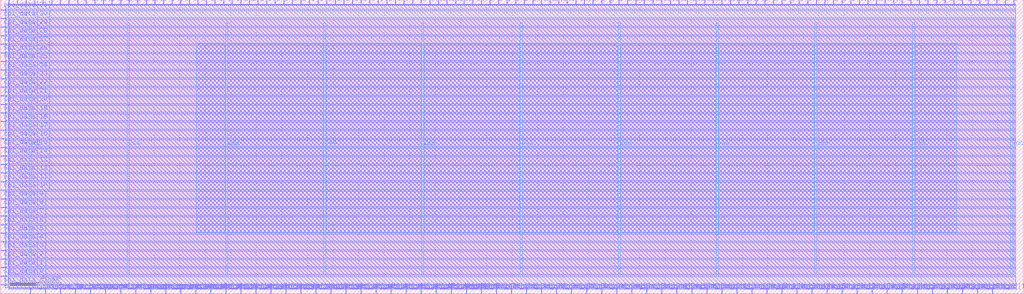
<source format=lef>
VERSION 5.7 ;
  NOWIREEXTENSIONATPIN ON ;
  DIVIDERCHAR "/" ;
  BUSBITCHARS "[]" ;
MACRO controller_core
  CLASS BLOCK ;
  FOREIGN controller_core ;
  ORIGIN 0.000 0.000 ;
  SIZE 800.000 BY 230.000 ;
  PIN clock
    DIRECTION INPUT ;
    USE SIGNAL ;
    PORT
      LAYER Metal2 ;
        RECT 775.600 0.000 776.160 4.000 ;
    END
  END clock
  PIN clock_out[0]
    DIRECTION OUTPUT TRISTATE ;
    USE SIGNAL ;
    PORT
      LAYER Metal2 ;
        RECT 221.200 226.000 221.760 230.000 ;
    END
  END clock_out[0]
  PIN clock_out[1]
    DIRECTION OUTPUT TRISTATE ;
    USE SIGNAL ;
    PORT
      LAYER Metal2 ;
        RECT 227.920 226.000 228.480 230.000 ;
    END
  END clock_out[1]
  PIN clock_out[2]
    DIRECTION OUTPUT TRISTATE ;
    USE SIGNAL ;
    PORT
      LAYER Metal2 ;
        RECT 234.640 226.000 235.200 230.000 ;
    END
  END clock_out[2]
  PIN clock_out[3]
    DIRECTION OUTPUT TRISTATE ;
    USE SIGNAL ;
    PORT
      LAYER Metal2 ;
        RECT 241.360 226.000 241.920 230.000 ;
    END
  END clock_out[3]
  PIN clock_out[4]
    DIRECTION OUTPUT TRISTATE ;
    USE SIGNAL ;
    PORT
      LAYER Metal2 ;
        RECT 248.080 226.000 248.640 230.000 ;
    END
  END clock_out[4]
  PIN clock_out[5]
    DIRECTION OUTPUT TRISTATE ;
    USE SIGNAL ;
    PORT
      LAYER Metal2 ;
        RECT 254.800 226.000 255.360 230.000 ;
    END
  END clock_out[5]
  PIN clock_out[6]
    DIRECTION OUTPUT TRISTATE ;
    USE SIGNAL ;
    PORT
      LAYER Metal2 ;
        RECT 261.520 226.000 262.080 230.000 ;
    END
  END clock_out[6]
  PIN clock_out[7]
    DIRECTION OUTPUT TRISTATE ;
    USE SIGNAL ;
    PORT
      LAYER Metal2 ;
        RECT 268.240 226.000 268.800 230.000 ;
    END
  END clock_out[7]
  PIN clock_out[8]
    DIRECTION OUTPUT TRISTATE ;
    USE SIGNAL ;
    PORT
      LAYER Metal2 ;
        RECT 274.960 226.000 275.520 230.000 ;
    END
  END clock_out[8]
  PIN clock_out[9]
    DIRECTION OUTPUT TRISTATE ;
    USE SIGNAL ;
    PORT
      LAYER Metal2 ;
        RECT 281.680 226.000 282.240 230.000 ;
    END
  END clock_out[9]
  PIN col_select_left[0]
    DIRECTION OUTPUT TRISTATE ;
    USE SIGNAL ;
    PORT
      LAYER Metal2 ;
        RECT 409.360 226.000 409.920 230.000 ;
    END
  END col_select_left[0]
  PIN col_select_left[1]
    DIRECTION OUTPUT TRISTATE ;
    USE SIGNAL ;
    PORT
      LAYER Metal2 ;
        RECT 416.080 226.000 416.640 230.000 ;
    END
  END col_select_left[1]
  PIN col_select_left[2]
    DIRECTION OUTPUT TRISTATE ;
    USE SIGNAL ;
    PORT
      LAYER Metal2 ;
        RECT 422.800 226.000 423.360 230.000 ;
    END
  END col_select_left[2]
  PIN col_select_left[3]
    DIRECTION OUTPUT TRISTATE ;
    USE SIGNAL ;
    PORT
      LAYER Metal2 ;
        RECT 429.520 226.000 430.080 230.000 ;
    END
  END col_select_left[3]
  PIN col_select_left[4]
    DIRECTION OUTPUT TRISTATE ;
    USE SIGNAL ;
    PORT
      LAYER Metal2 ;
        RECT 436.240 226.000 436.800 230.000 ;
    END
  END col_select_left[4]
  PIN col_select_left[5]
    DIRECTION OUTPUT TRISTATE ;
    USE SIGNAL ;
    PORT
      LAYER Metal2 ;
        RECT 442.960 226.000 443.520 230.000 ;
    END
  END col_select_left[5]
  PIN col_select_right[0]
    DIRECTION OUTPUT TRISTATE ;
    USE SIGNAL ;
    PORT
      LAYER Metal2 ;
        RECT 369.040 226.000 369.600 230.000 ;
    END
  END col_select_right[0]
  PIN col_select_right[1]
    DIRECTION OUTPUT TRISTATE ;
    USE SIGNAL ;
    PORT
      LAYER Metal2 ;
        RECT 375.760 226.000 376.320 230.000 ;
    END
  END col_select_right[1]
  PIN col_select_right[2]
    DIRECTION OUTPUT TRISTATE ;
    USE SIGNAL ;
    PORT
      LAYER Metal2 ;
        RECT 382.480 226.000 383.040 230.000 ;
    END
  END col_select_right[2]
  PIN col_select_right[3]
    DIRECTION OUTPUT TRISTATE ;
    USE SIGNAL ;
    PORT
      LAYER Metal2 ;
        RECT 389.200 226.000 389.760 230.000 ;
    END
  END col_select_right[3]
  PIN col_select_right[4]
    DIRECTION OUTPUT TRISTATE ;
    USE SIGNAL ;
    PORT
      LAYER Metal2 ;
        RECT 395.920 226.000 396.480 230.000 ;
    END
  END col_select_right[4]
  PIN col_select_right[5]
    DIRECTION OUTPUT TRISTATE ;
    USE SIGNAL ;
    PORT
      LAYER Metal2 ;
        RECT 402.640 226.000 403.200 230.000 ;
    END
  END col_select_right[5]
  PIN data_out_left[0]
    DIRECTION OUTPUT TRISTATE ;
    USE SIGNAL ;
    PORT
      LAYER Metal2 ;
        RECT 557.200 226.000 557.760 230.000 ;
    END
  END data_out_left[0]
  PIN data_out_left[10]
    DIRECTION OUTPUT TRISTATE ;
    USE SIGNAL ;
    PORT
      LAYER Metal2 ;
        RECT 624.400 226.000 624.960 230.000 ;
    END
  END data_out_left[10]
  PIN data_out_left[11]
    DIRECTION OUTPUT TRISTATE ;
    USE SIGNAL ;
    PORT
      LAYER Metal2 ;
        RECT 631.120 226.000 631.680 230.000 ;
    END
  END data_out_left[11]
  PIN data_out_left[12]
    DIRECTION OUTPUT TRISTATE ;
    USE SIGNAL ;
    PORT
      LAYER Metal2 ;
        RECT 637.840 226.000 638.400 230.000 ;
    END
  END data_out_left[12]
  PIN data_out_left[13]
    DIRECTION OUTPUT TRISTATE ;
    USE SIGNAL ;
    PORT
      LAYER Metal2 ;
        RECT 644.560 226.000 645.120 230.000 ;
    END
  END data_out_left[13]
  PIN data_out_left[14]
    DIRECTION OUTPUT TRISTATE ;
    USE SIGNAL ;
    PORT
      LAYER Metal2 ;
        RECT 651.280 226.000 651.840 230.000 ;
    END
  END data_out_left[14]
  PIN data_out_left[15]
    DIRECTION OUTPUT TRISTATE ;
    USE SIGNAL ;
    PORT
      LAYER Metal2 ;
        RECT 658.000 226.000 658.560 230.000 ;
    END
  END data_out_left[15]
  PIN data_out_left[1]
    DIRECTION OUTPUT TRISTATE ;
    USE SIGNAL ;
    PORT
      LAYER Metal2 ;
        RECT 563.920 226.000 564.480 230.000 ;
    END
  END data_out_left[1]
  PIN data_out_left[2]
    DIRECTION OUTPUT TRISTATE ;
    USE SIGNAL ;
    PORT
      LAYER Metal2 ;
        RECT 570.640 226.000 571.200 230.000 ;
    END
  END data_out_left[2]
  PIN data_out_left[3]
    DIRECTION OUTPUT TRISTATE ;
    USE SIGNAL ;
    PORT
      LAYER Metal2 ;
        RECT 577.360 226.000 577.920 230.000 ;
    END
  END data_out_left[3]
  PIN data_out_left[4]
    DIRECTION OUTPUT TRISTATE ;
    USE SIGNAL ;
    PORT
      LAYER Metal2 ;
        RECT 584.080 226.000 584.640 230.000 ;
    END
  END data_out_left[4]
  PIN data_out_left[5]
    DIRECTION OUTPUT TRISTATE ;
    USE SIGNAL ;
    PORT
      LAYER Metal2 ;
        RECT 590.800 226.000 591.360 230.000 ;
    END
  END data_out_left[5]
  PIN data_out_left[6]
    DIRECTION OUTPUT TRISTATE ;
    USE SIGNAL ;
    PORT
      LAYER Metal2 ;
        RECT 597.520 226.000 598.080 230.000 ;
    END
  END data_out_left[6]
  PIN data_out_left[7]
    DIRECTION OUTPUT TRISTATE ;
    USE SIGNAL ;
    PORT
      LAYER Metal2 ;
        RECT 604.240 226.000 604.800 230.000 ;
    END
  END data_out_left[7]
  PIN data_out_left[8]
    DIRECTION OUTPUT TRISTATE ;
    USE SIGNAL ;
    PORT
      LAYER Metal2 ;
        RECT 610.960 226.000 611.520 230.000 ;
    END
  END data_out_left[8]
  PIN data_out_left[9]
    DIRECTION OUTPUT TRISTATE ;
    USE SIGNAL ;
    PORT
      LAYER Metal2 ;
        RECT 617.680 226.000 618.240 230.000 ;
    END
  END data_out_left[9]
  PIN data_out_right[0]
    DIRECTION OUTPUT TRISTATE ;
    USE SIGNAL ;
    PORT
      LAYER Metal2 ;
        RECT 449.680 226.000 450.240 230.000 ;
    END
  END data_out_right[0]
  PIN data_out_right[10]
    DIRECTION OUTPUT TRISTATE ;
    USE SIGNAL ;
    PORT
      LAYER Metal2 ;
        RECT 516.880 226.000 517.440 230.000 ;
    END
  END data_out_right[10]
  PIN data_out_right[11]
    DIRECTION OUTPUT TRISTATE ;
    USE SIGNAL ;
    PORT
      LAYER Metal2 ;
        RECT 523.600 226.000 524.160 230.000 ;
    END
  END data_out_right[11]
  PIN data_out_right[12]
    DIRECTION OUTPUT TRISTATE ;
    USE SIGNAL ;
    PORT
      LAYER Metal2 ;
        RECT 530.320 226.000 530.880 230.000 ;
    END
  END data_out_right[12]
  PIN data_out_right[13]
    DIRECTION OUTPUT TRISTATE ;
    USE SIGNAL ;
    PORT
      LAYER Metal2 ;
        RECT 537.040 226.000 537.600 230.000 ;
    END
  END data_out_right[13]
  PIN data_out_right[14]
    DIRECTION OUTPUT TRISTATE ;
    USE SIGNAL ;
    PORT
      LAYER Metal2 ;
        RECT 543.760 226.000 544.320 230.000 ;
    END
  END data_out_right[14]
  PIN data_out_right[15]
    DIRECTION OUTPUT TRISTATE ;
    USE SIGNAL ;
    PORT
      LAYER Metal2 ;
        RECT 550.480 226.000 551.040 230.000 ;
    END
  END data_out_right[15]
  PIN data_out_right[1]
    DIRECTION OUTPUT TRISTATE ;
    USE SIGNAL ;
    PORT
      LAYER Metal2 ;
        RECT 456.400 226.000 456.960 230.000 ;
    END
  END data_out_right[1]
  PIN data_out_right[2]
    DIRECTION OUTPUT TRISTATE ;
    USE SIGNAL ;
    PORT
      LAYER Metal2 ;
        RECT 463.120 226.000 463.680 230.000 ;
    END
  END data_out_right[2]
  PIN data_out_right[3]
    DIRECTION OUTPUT TRISTATE ;
    USE SIGNAL ;
    PORT
      LAYER Metal2 ;
        RECT 469.840 226.000 470.400 230.000 ;
    END
  END data_out_right[3]
  PIN data_out_right[4]
    DIRECTION OUTPUT TRISTATE ;
    USE SIGNAL ;
    PORT
      LAYER Metal2 ;
        RECT 476.560 226.000 477.120 230.000 ;
    END
  END data_out_right[4]
  PIN data_out_right[5]
    DIRECTION OUTPUT TRISTATE ;
    USE SIGNAL ;
    PORT
      LAYER Metal2 ;
        RECT 483.280 226.000 483.840 230.000 ;
    END
  END data_out_right[5]
  PIN data_out_right[6]
    DIRECTION OUTPUT TRISTATE ;
    USE SIGNAL ;
    PORT
      LAYER Metal2 ;
        RECT 490.000 226.000 490.560 230.000 ;
    END
  END data_out_right[6]
  PIN data_out_right[7]
    DIRECTION OUTPUT TRISTATE ;
    USE SIGNAL ;
    PORT
      LAYER Metal2 ;
        RECT 496.720 226.000 497.280 230.000 ;
    END
  END data_out_right[7]
  PIN data_out_right[8]
    DIRECTION OUTPUT TRISTATE ;
    USE SIGNAL ;
    PORT
      LAYER Metal2 ;
        RECT 503.440 226.000 504.000 230.000 ;
    END
  END data_out_right[8]
  PIN data_out_right[9]
    DIRECTION OUTPUT TRISTATE ;
    USE SIGNAL ;
    PORT
      LAYER Metal2 ;
        RECT 510.160 226.000 510.720 230.000 ;
    END
  END data_out_right[9]
  PIN inverter_select[0]
    DIRECTION OUTPUT TRISTATE ;
    USE SIGNAL ;
    PORT
      LAYER Metal2 ;
        RECT 731.920 226.000 732.480 230.000 ;
    END
  END inverter_select[0]
  PIN inverter_select[1]
    DIRECTION OUTPUT TRISTATE ;
    USE SIGNAL ;
    PORT
      LAYER Metal2 ;
        RECT 738.640 226.000 739.200 230.000 ;
    END
  END inverter_select[1]
  PIN inverter_select[2]
    DIRECTION OUTPUT TRISTATE ;
    USE SIGNAL ;
    PORT
      LAYER Metal2 ;
        RECT 745.360 226.000 745.920 230.000 ;
    END
  END inverter_select[2]
  PIN inverter_select[3]
    DIRECTION OUTPUT TRISTATE ;
    USE SIGNAL ;
    PORT
      LAYER Metal2 ;
        RECT 752.080 226.000 752.640 230.000 ;
    END
  END inverter_select[3]
  PIN inverter_select[4]
    DIRECTION OUTPUT TRISTATE ;
    USE SIGNAL ;
    PORT
      LAYER Metal2 ;
        RECT 758.800 226.000 759.360 230.000 ;
    END
  END inverter_select[4]
  PIN inverter_select[5]
    DIRECTION OUTPUT TRISTATE ;
    USE SIGNAL ;
    PORT
      LAYER Metal2 ;
        RECT 765.520 226.000 766.080 230.000 ;
    END
  END inverter_select[5]
  PIN inverter_select[6]
    DIRECTION OUTPUT TRISTATE ;
    USE SIGNAL ;
    PORT
      LAYER Metal2 ;
        RECT 772.240 226.000 772.800 230.000 ;
    END
  END inverter_select[6]
  PIN inverter_select[7]
    DIRECTION OUTPUT TRISTATE ;
    USE SIGNAL ;
    PORT
      LAYER Metal2 ;
        RECT 778.960 226.000 779.520 230.000 ;
    END
  END inverter_select[7]
  PIN inverter_select[8]
    DIRECTION OUTPUT TRISTATE ;
    USE SIGNAL ;
    PORT
      LAYER Metal2 ;
        RECT 785.680 226.000 786.240 230.000 ;
    END
  END inverter_select[8]
  PIN inverter_select[9]
    DIRECTION OUTPUT TRISTATE ;
    USE SIGNAL ;
    PORT
      LAYER Metal2 ;
        RECT 792.400 226.000 792.960 230.000 ;
    END
  END inverter_select[9]
  PIN io_control_trigger_in
    DIRECTION INPUT ;
    USE SIGNAL ;
    PORT
      LAYER Metal2 ;
        RECT 70.000 0.000 70.560 4.000 ;
    END
  END io_control_trigger_in
  PIN io_control_trigger_oeb
    DIRECTION OUTPUT TRISTATE ;
    USE SIGNAL ;
    PORT
      LAYER Metal2 ;
        RECT 81.760 0.000 82.320 4.000 ;
    END
  END io_control_trigger_oeb
  PIN io_driver_io_oeb[0]
    DIRECTION OUTPUT TRISTATE ;
    USE SIGNAL ;
    PORT
      LAYER Metal2 ;
        RECT 117.040 0.000 117.600 4.000 ;
    END
  END io_driver_io_oeb[0]
  PIN io_driver_io_oeb[10]
    DIRECTION OUTPUT TRISTATE ;
    USE SIGNAL ;
    PORT
      LAYER Metal2 ;
        RECT 234.640 0.000 235.200 4.000 ;
    END
  END io_driver_io_oeb[10]
  PIN io_driver_io_oeb[11]
    DIRECTION OUTPUT TRISTATE ;
    USE SIGNAL ;
    PORT
      LAYER Metal2 ;
        RECT 246.400 0.000 246.960 4.000 ;
    END
  END io_driver_io_oeb[11]
  PIN io_driver_io_oeb[12]
    DIRECTION OUTPUT TRISTATE ;
    USE SIGNAL ;
    PORT
      LAYER Metal2 ;
        RECT 258.160 0.000 258.720 4.000 ;
    END
  END io_driver_io_oeb[12]
  PIN io_driver_io_oeb[13]
    DIRECTION OUTPUT TRISTATE ;
    USE SIGNAL ;
    PORT
      LAYER Metal2 ;
        RECT 269.920 0.000 270.480 4.000 ;
    END
  END io_driver_io_oeb[13]
  PIN io_driver_io_oeb[14]
    DIRECTION OUTPUT TRISTATE ;
    USE SIGNAL ;
    PORT
      LAYER Metal2 ;
        RECT 281.680 0.000 282.240 4.000 ;
    END
  END io_driver_io_oeb[14]
  PIN io_driver_io_oeb[15]
    DIRECTION OUTPUT TRISTATE ;
    USE SIGNAL ;
    PORT
      LAYER Metal2 ;
        RECT 293.440 0.000 294.000 4.000 ;
    END
  END io_driver_io_oeb[15]
  PIN io_driver_io_oeb[16]
    DIRECTION OUTPUT TRISTATE ;
    USE SIGNAL ;
    PORT
      LAYER Metal2 ;
        RECT 305.200 0.000 305.760 4.000 ;
    END
  END io_driver_io_oeb[16]
  PIN io_driver_io_oeb[17]
    DIRECTION OUTPUT TRISTATE ;
    USE SIGNAL ;
    PORT
      LAYER Metal2 ;
        RECT 316.960 0.000 317.520 4.000 ;
    END
  END io_driver_io_oeb[17]
  PIN io_driver_io_oeb[18]
    DIRECTION OUTPUT TRISTATE ;
    USE SIGNAL ;
    PORT
      LAYER Metal2 ;
        RECT 328.720 0.000 329.280 4.000 ;
    END
  END io_driver_io_oeb[18]
  PIN io_driver_io_oeb[19]
    DIRECTION OUTPUT TRISTATE ;
    USE SIGNAL ;
    PORT
      LAYER Metal2 ;
        RECT 340.480 0.000 341.040 4.000 ;
    END
  END io_driver_io_oeb[19]
  PIN io_driver_io_oeb[1]
    DIRECTION OUTPUT TRISTATE ;
    USE SIGNAL ;
    PORT
      LAYER Metal2 ;
        RECT 128.800 0.000 129.360 4.000 ;
    END
  END io_driver_io_oeb[1]
  PIN io_driver_io_oeb[2]
    DIRECTION OUTPUT TRISTATE ;
    USE SIGNAL ;
    PORT
      LAYER Metal2 ;
        RECT 140.560 0.000 141.120 4.000 ;
    END
  END io_driver_io_oeb[2]
  PIN io_driver_io_oeb[3]
    DIRECTION OUTPUT TRISTATE ;
    USE SIGNAL ;
    PORT
      LAYER Metal2 ;
        RECT 152.320 0.000 152.880 4.000 ;
    END
  END io_driver_io_oeb[3]
  PIN io_driver_io_oeb[4]
    DIRECTION OUTPUT TRISTATE ;
    USE SIGNAL ;
    PORT
      LAYER Metal2 ;
        RECT 164.080 0.000 164.640 4.000 ;
    END
  END io_driver_io_oeb[4]
  PIN io_driver_io_oeb[5]
    DIRECTION OUTPUT TRISTATE ;
    USE SIGNAL ;
    PORT
      LAYER Metal2 ;
        RECT 175.840 0.000 176.400 4.000 ;
    END
  END io_driver_io_oeb[5]
  PIN io_driver_io_oeb[6]
    DIRECTION OUTPUT TRISTATE ;
    USE SIGNAL ;
    PORT
      LAYER Metal2 ;
        RECT 187.600 0.000 188.160 4.000 ;
    END
  END io_driver_io_oeb[6]
  PIN io_driver_io_oeb[7]
    DIRECTION OUTPUT TRISTATE ;
    USE SIGNAL ;
    PORT
      LAYER Metal2 ;
        RECT 199.360 0.000 199.920 4.000 ;
    END
  END io_driver_io_oeb[7]
  PIN io_driver_io_oeb[8]
    DIRECTION OUTPUT TRISTATE ;
    USE SIGNAL ;
    PORT
      LAYER Metal2 ;
        RECT 211.120 0.000 211.680 4.000 ;
    END
  END io_driver_io_oeb[8]
  PIN io_driver_io_oeb[9]
    DIRECTION OUTPUT TRISTATE ;
    USE SIGNAL ;
    PORT
      LAYER Metal2 ;
        RECT 222.880 0.000 223.440 4.000 ;
    END
  END io_driver_io_oeb[9]
  PIN io_latch_data_in
    DIRECTION INPUT ;
    USE SIGNAL ;
    PORT
      LAYER Metal2 ;
        RECT 46.480 0.000 47.040 4.000 ;
    END
  END io_latch_data_in
  PIN io_latch_data_oeb
    DIRECTION OUTPUT TRISTATE ;
    USE SIGNAL ;
    PORT
      LAYER Metal2 ;
        RECT 58.240 0.000 58.800 4.000 ;
    END
  END io_latch_data_oeb
  PIN io_reset_n_in
    DIRECTION INPUT ;
    USE SIGNAL ;
    PORT
      LAYER Metal2 ;
        RECT 22.960 0.000 23.520 4.000 ;
    END
  END io_reset_n_in
  PIN io_reset_n_oeb
    DIRECTION OUTPUT TRISTATE ;
    USE SIGNAL ;
    PORT
      LAYER Metal2 ;
        RECT 34.720 0.000 35.280 4.000 ;
    END
  END io_reset_n_oeb
  PIN io_update_cycle_complete_oeb
    DIRECTION OUTPUT TRISTATE ;
    USE SIGNAL ;
    PORT
      LAYER Metal2 ;
        RECT 105.280 0.000 105.840 4.000 ;
    END
  END io_update_cycle_complete_oeb
  PIN io_update_cycle_complete_out
    DIRECTION OUTPUT TRISTATE ;
    USE SIGNAL ;
    PORT
      LAYER Metal2 ;
        RECT 93.520 0.000 94.080 4.000 ;
    END
  END io_update_cycle_complete_out
  PIN la_data_in[0]
    DIRECTION INPUT ;
    USE SIGNAL ;
    PORT
      LAYER Metal2 ;
        RECT 563.920 0.000 564.480 4.000 ;
    END
  END la_data_in[0]
  PIN la_data_in[10]
    DIRECTION INPUT ;
    USE SIGNAL ;
    PORT
      LAYER Metal2 ;
        RECT 681.520 0.000 682.080 4.000 ;
    END
  END la_data_in[10]
  PIN la_data_in[11]
    DIRECTION INPUT ;
    USE SIGNAL ;
    PORT
      LAYER Metal2 ;
        RECT 693.280 0.000 693.840 4.000 ;
    END
  END la_data_in[11]
  PIN la_data_in[12]
    DIRECTION INPUT ;
    USE SIGNAL ;
    PORT
      LAYER Metal2 ;
        RECT 705.040 0.000 705.600 4.000 ;
    END
  END la_data_in[12]
  PIN la_data_in[13]
    DIRECTION INPUT ;
    USE SIGNAL ;
    PORT
      LAYER Metal2 ;
        RECT 716.800 0.000 717.360 4.000 ;
    END
  END la_data_in[13]
  PIN la_data_in[14]
    DIRECTION INPUT ;
    USE SIGNAL ;
    PORT
      LAYER Metal2 ;
        RECT 728.560 0.000 729.120 4.000 ;
    END
  END la_data_in[14]
  PIN la_data_in[15]
    DIRECTION INPUT ;
    USE SIGNAL ;
    PORT
      LAYER Metal2 ;
        RECT 740.320 0.000 740.880 4.000 ;
    END
  END la_data_in[15]
  PIN la_data_in[16]
    DIRECTION INPUT ;
    USE SIGNAL ;
    PORT
      LAYER Metal2 ;
        RECT 752.080 0.000 752.640 4.000 ;
    END
  END la_data_in[16]
  PIN la_data_in[17]
    DIRECTION INPUT ;
    USE SIGNAL ;
    PORT
      LAYER Metal2 ;
        RECT 763.840 0.000 764.400 4.000 ;
    END
  END la_data_in[17]
  PIN la_data_in[1]
    DIRECTION INPUT ;
    USE SIGNAL ;
    PORT
      LAYER Metal2 ;
        RECT 575.680 0.000 576.240 4.000 ;
    END
  END la_data_in[1]
  PIN la_data_in[2]
    DIRECTION INPUT ;
    USE SIGNAL ;
    PORT
      LAYER Metal2 ;
        RECT 587.440 0.000 588.000 4.000 ;
    END
  END la_data_in[2]
  PIN la_data_in[3]
    DIRECTION INPUT ;
    USE SIGNAL ;
    PORT
      LAYER Metal2 ;
        RECT 599.200 0.000 599.760 4.000 ;
    END
  END la_data_in[3]
  PIN la_data_in[4]
    DIRECTION INPUT ;
    USE SIGNAL ;
    PORT
      LAYER Metal2 ;
        RECT 610.960 0.000 611.520 4.000 ;
    END
  END la_data_in[4]
  PIN la_data_in[5]
    DIRECTION INPUT ;
    USE SIGNAL ;
    PORT
      LAYER Metal2 ;
        RECT 622.720 0.000 623.280 4.000 ;
    END
  END la_data_in[5]
  PIN la_data_in[6]
    DIRECTION INPUT ;
    USE SIGNAL ;
    PORT
      LAYER Metal2 ;
        RECT 634.480 0.000 635.040 4.000 ;
    END
  END la_data_in[6]
  PIN la_data_in[7]
    DIRECTION INPUT ;
    USE SIGNAL ;
    PORT
      LAYER Metal2 ;
        RECT 646.240 0.000 646.800 4.000 ;
    END
  END la_data_in[7]
  PIN la_data_in[8]
    DIRECTION INPUT ;
    USE SIGNAL ;
    PORT
      LAYER Metal2 ;
        RECT 658.000 0.000 658.560 4.000 ;
    END
  END la_data_in[8]
  PIN la_data_in[9]
    DIRECTION INPUT ;
    USE SIGNAL ;
    PORT
      LAYER Metal2 ;
        RECT 669.760 0.000 670.320 4.000 ;
    END
  END la_data_in[9]
  PIN la_oenb[0]
    DIRECTION INPUT ;
    USE SIGNAL ;
    PORT
      LAYER Metal2 ;
        RECT 352.240 0.000 352.800 4.000 ;
    END
  END la_oenb[0]
  PIN la_oenb[10]
    DIRECTION INPUT ;
    USE SIGNAL ;
    PORT
      LAYER Metal2 ;
        RECT 469.840 0.000 470.400 4.000 ;
    END
  END la_oenb[10]
  PIN la_oenb[11]
    DIRECTION INPUT ;
    USE SIGNAL ;
    PORT
      LAYER Metal2 ;
        RECT 481.600 0.000 482.160 4.000 ;
    END
  END la_oenb[11]
  PIN la_oenb[12]
    DIRECTION INPUT ;
    USE SIGNAL ;
    PORT
      LAYER Metal2 ;
        RECT 493.360 0.000 493.920 4.000 ;
    END
  END la_oenb[12]
  PIN la_oenb[13]
    DIRECTION INPUT ;
    USE SIGNAL ;
    PORT
      LAYER Metal2 ;
        RECT 505.120 0.000 505.680 4.000 ;
    END
  END la_oenb[13]
  PIN la_oenb[14]
    DIRECTION INPUT ;
    USE SIGNAL ;
    PORT
      LAYER Metal2 ;
        RECT 516.880 0.000 517.440 4.000 ;
    END
  END la_oenb[14]
  PIN la_oenb[15]
    DIRECTION INPUT ;
    USE SIGNAL ;
    PORT
      LAYER Metal2 ;
        RECT 528.640 0.000 529.200 4.000 ;
    END
  END la_oenb[15]
  PIN la_oenb[16]
    DIRECTION INPUT ;
    USE SIGNAL ;
    PORT
      LAYER Metal2 ;
        RECT 540.400 0.000 540.960 4.000 ;
    END
  END la_oenb[16]
  PIN la_oenb[17]
    DIRECTION INPUT ;
    USE SIGNAL ;
    PORT
      LAYER Metal2 ;
        RECT 552.160 0.000 552.720 4.000 ;
    END
  END la_oenb[17]
  PIN la_oenb[1]
    DIRECTION INPUT ;
    USE SIGNAL ;
    PORT
      LAYER Metal2 ;
        RECT 364.000 0.000 364.560 4.000 ;
    END
  END la_oenb[1]
  PIN la_oenb[2]
    DIRECTION INPUT ;
    USE SIGNAL ;
    PORT
      LAYER Metal2 ;
        RECT 375.760 0.000 376.320 4.000 ;
    END
  END la_oenb[2]
  PIN la_oenb[3]
    DIRECTION INPUT ;
    USE SIGNAL ;
    PORT
      LAYER Metal2 ;
        RECT 387.520 0.000 388.080 4.000 ;
    END
  END la_oenb[3]
  PIN la_oenb[4]
    DIRECTION INPUT ;
    USE SIGNAL ;
    PORT
      LAYER Metal2 ;
        RECT 399.280 0.000 399.840 4.000 ;
    END
  END la_oenb[4]
  PIN la_oenb[5]
    DIRECTION INPUT ;
    USE SIGNAL ;
    PORT
      LAYER Metal2 ;
        RECT 411.040 0.000 411.600 4.000 ;
    END
  END la_oenb[5]
  PIN la_oenb[6]
    DIRECTION INPUT ;
    USE SIGNAL ;
    PORT
      LAYER Metal2 ;
        RECT 422.800 0.000 423.360 4.000 ;
    END
  END la_oenb[6]
  PIN la_oenb[7]
    DIRECTION INPUT ;
    USE SIGNAL ;
    PORT
      LAYER Metal2 ;
        RECT 434.560 0.000 435.120 4.000 ;
    END
  END la_oenb[7]
  PIN la_oenb[8]
    DIRECTION INPUT ;
    USE SIGNAL ;
    PORT
      LAYER Metal2 ;
        RECT 446.320 0.000 446.880 4.000 ;
    END
  END la_oenb[8]
  PIN la_oenb[9]
    DIRECTION INPUT ;
    USE SIGNAL ;
    PORT
      LAYER Metal2 ;
        RECT 458.080 0.000 458.640 4.000 ;
    END
  END la_oenb[9]
  PIN mem_address_left[0]
    DIRECTION OUTPUT TRISTATE ;
    USE SIGNAL ;
    PORT
      LAYER Metal2 ;
        RECT 86.800 226.000 87.360 230.000 ;
    END
  END mem_address_left[0]
  PIN mem_address_left[1]
    DIRECTION OUTPUT TRISTATE ;
    USE SIGNAL ;
    PORT
      LAYER Metal2 ;
        RECT 93.520 226.000 94.080 230.000 ;
    END
  END mem_address_left[1]
  PIN mem_address_left[2]
    DIRECTION OUTPUT TRISTATE ;
    USE SIGNAL ;
    PORT
      LAYER Metal2 ;
        RECT 100.240 226.000 100.800 230.000 ;
    END
  END mem_address_left[2]
  PIN mem_address_left[3]
    DIRECTION OUTPUT TRISTATE ;
    USE SIGNAL ;
    PORT
      LAYER Metal2 ;
        RECT 106.960 226.000 107.520 230.000 ;
    END
  END mem_address_left[3]
  PIN mem_address_left[4]
    DIRECTION OUTPUT TRISTATE ;
    USE SIGNAL ;
    PORT
      LAYER Metal2 ;
        RECT 113.680 226.000 114.240 230.000 ;
    END
  END mem_address_left[4]
  PIN mem_address_left[5]
    DIRECTION OUTPUT TRISTATE ;
    USE SIGNAL ;
    PORT
      LAYER Metal2 ;
        RECT 120.400 226.000 120.960 230.000 ;
    END
  END mem_address_left[5]
  PIN mem_address_left[6]
    DIRECTION OUTPUT TRISTATE ;
    USE SIGNAL ;
    PORT
      LAYER Metal2 ;
        RECT 127.120 226.000 127.680 230.000 ;
    END
  END mem_address_left[6]
  PIN mem_address_left[7]
    DIRECTION OUTPUT TRISTATE ;
    USE SIGNAL ;
    PORT
      LAYER Metal2 ;
        RECT 133.840 226.000 134.400 230.000 ;
    END
  END mem_address_left[7]
  PIN mem_address_left[8]
    DIRECTION OUTPUT TRISTATE ;
    USE SIGNAL ;
    PORT
      LAYER Metal2 ;
        RECT 140.560 226.000 141.120 230.000 ;
    END
  END mem_address_left[8]
  PIN mem_address_left[9]
    DIRECTION OUTPUT TRISTATE ;
    USE SIGNAL ;
    PORT
      LAYER Metal2 ;
        RECT 147.280 226.000 147.840 230.000 ;
    END
  END mem_address_left[9]
  PIN mem_address_right[0]
    DIRECTION OUTPUT TRISTATE ;
    USE SIGNAL ;
    PORT
      LAYER Metal2 ;
        RECT 19.600 226.000 20.160 230.000 ;
    END
  END mem_address_right[0]
  PIN mem_address_right[1]
    DIRECTION OUTPUT TRISTATE ;
    USE SIGNAL ;
    PORT
      LAYER Metal2 ;
        RECT 26.320 226.000 26.880 230.000 ;
    END
  END mem_address_right[1]
  PIN mem_address_right[2]
    DIRECTION OUTPUT TRISTATE ;
    USE SIGNAL ;
    PORT
      LAYER Metal2 ;
        RECT 33.040 226.000 33.600 230.000 ;
    END
  END mem_address_right[2]
  PIN mem_address_right[3]
    DIRECTION OUTPUT TRISTATE ;
    USE SIGNAL ;
    PORT
      LAYER Metal2 ;
        RECT 39.760 226.000 40.320 230.000 ;
    END
  END mem_address_right[3]
  PIN mem_address_right[4]
    DIRECTION OUTPUT TRISTATE ;
    USE SIGNAL ;
    PORT
      LAYER Metal2 ;
        RECT 46.480 226.000 47.040 230.000 ;
    END
  END mem_address_right[4]
  PIN mem_address_right[5]
    DIRECTION OUTPUT TRISTATE ;
    USE SIGNAL ;
    PORT
      LAYER Metal2 ;
        RECT 53.200 226.000 53.760 230.000 ;
    END
  END mem_address_right[5]
  PIN mem_address_right[6]
    DIRECTION OUTPUT TRISTATE ;
    USE SIGNAL ;
    PORT
      LAYER Metal2 ;
        RECT 59.920 226.000 60.480 230.000 ;
    END
  END mem_address_right[6]
  PIN mem_address_right[7]
    DIRECTION OUTPUT TRISTATE ;
    USE SIGNAL ;
    PORT
      LAYER Metal2 ;
        RECT 66.640 226.000 67.200 230.000 ;
    END
  END mem_address_right[7]
  PIN mem_address_right[8]
    DIRECTION OUTPUT TRISTATE ;
    USE SIGNAL ;
    PORT
      LAYER Metal2 ;
        RECT 73.360 226.000 73.920 230.000 ;
    END
  END mem_address_right[8]
  PIN mem_address_right[9]
    DIRECTION OUTPUT TRISTATE ;
    USE SIGNAL ;
    PORT
      LAYER Metal2 ;
        RECT 80.080 226.000 80.640 230.000 ;
    END
  END mem_address_right[9]
  PIN mem_write_n[0]
    DIRECTION OUTPUT TRISTATE ;
    USE SIGNAL ;
    PORT
      LAYER Metal2 ;
        RECT 154.000 226.000 154.560 230.000 ;
    END
  END mem_write_n[0]
  PIN mem_write_n[1]
    DIRECTION OUTPUT TRISTATE ;
    USE SIGNAL ;
    PORT
      LAYER Metal2 ;
        RECT 160.720 226.000 161.280 230.000 ;
    END
  END mem_write_n[1]
  PIN mem_write_n[2]
    DIRECTION OUTPUT TRISTATE ;
    USE SIGNAL ;
    PORT
      LAYER Metal2 ;
        RECT 167.440 226.000 168.000 230.000 ;
    END
  END mem_write_n[2]
  PIN mem_write_n[3]
    DIRECTION OUTPUT TRISTATE ;
    USE SIGNAL ;
    PORT
      LAYER Metal2 ;
        RECT 174.160 226.000 174.720 230.000 ;
    END
  END mem_write_n[3]
  PIN mem_write_n[4]
    DIRECTION OUTPUT TRISTATE ;
    USE SIGNAL ;
    PORT
      LAYER Metal2 ;
        RECT 180.880 226.000 181.440 230.000 ;
    END
  END mem_write_n[4]
  PIN mem_write_n[5]
    DIRECTION OUTPUT TRISTATE ;
    USE SIGNAL ;
    PORT
      LAYER Metal2 ;
        RECT 187.600 226.000 188.160 230.000 ;
    END
  END mem_write_n[5]
  PIN mem_write_n[6]
    DIRECTION OUTPUT TRISTATE ;
    USE SIGNAL ;
    PORT
      LAYER Metal2 ;
        RECT 194.320 226.000 194.880 230.000 ;
    END
  END mem_write_n[6]
  PIN mem_write_n[7]
    DIRECTION OUTPUT TRISTATE ;
    USE SIGNAL ;
    PORT
      LAYER Metal2 ;
        RECT 201.040 226.000 201.600 230.000 ;
    END
  END mem_write_n[7]
  PIN mem_write_n[8]
    DIRECTION OUTPUT TRISTATE ;
    USE SIGNAL ;
    PORT
      LAYER Metal2 ;
        RECT 207.760 226.000 208.320 230.000 ;
    END
  END mem_write_n[8]
  PIN mem_write_n[9]
    DIRECTION OUTPUT TRISTATE ;
    USE SIGNAL ;
    PORT
      LAYER Metal2 ;
        RECT 214.480 226.000 215.040 230.000 ;
    END
  END mem_write_n[9]
  PIN output_active_left
    DIRECTION OUTPUT TRISTATE ;
    USE SIGNAL ;
    PORT
      LAYER Metal2 ;
        RECT 12.880 226.000 13.440 230.000 ;
    END
  END output_active_left
  PIN output_active_right
    DIRECTION OUTPUT TRISTATE ;
    USE SIGNAL ;
    PORT
      LAYER Metal2 ;
        RECT 6.160 226.000 6.720 230.000 ;
    END
  END output_active_right
  PIN row_col_select[0]
    DIRECTION OUTPUT TRISTATE ;
    USE SIGNAL ;
    PORT
      LAYER Metal2 ;
        RECT 664.720 226.000 665.280 230.000 ;
    END
  END row_col_select[0]
  PIN row_col_select[1]
    DIRECTION OUTPUT TRISTATE ;
    USE SIGNAL ;
    PORT
      LAYER Metal2 ;
        RECT 671.440 226.000 672.000 230.000 ;
    END
  END row_col_select[1]
  PIN row_col_select[2]
    DIRECTION OUTPUT TRISTATE ;
    USE SIGNAL ;
    PORT
      LAYER Metal2 ;
        RECT 678.160 226.000 678.720 230.000 ;
    END
  END row_col_select[2]
  PIN row_col_select[3]
    DIRECTION OUTPUT TRISTATE ;
    USE SIGNAL ;
    PORT
      LAYER Metal2 ;
        RECT 684.880 226.000 685.440 230.000 ;
    END
  END row_col_select[3]
  PIN row_col_select[4]
    DIRECTION OUTPUT TRISTATE ;
    USE SIGNAL ;
    PORT
      LAYER Metal2 ;
        RECT 691.600 226.000 692.160 230.000 ;
    END
  END row_col_select[4]
  PIN row_col_select[5]
    DIRECTION OUTPUT TRISTATE ;
    USE SIGNAL ;
    PORT
      LAYER Metal2 ;
        RECT 698.320 226.000 698.880 230.000 ;
    END
  END row_col_select[5]
  PIN row_col_select[6]
    DIRECTION OUTPUT TRISTATE ;
    USE SIGNAL ;
    PORT
      LAYER Metal2 ;
        RECT 705.040 226.000 705.600 230.000 ;
    END
  END row_col_select[6]
  PIN row_col_select[7]
    DIRECTION OUTPUT TRISTATE ;
    USE SIGNAL ;
    PORT
      LAYER Metal2 ;
        RECT 711.760 226.000 712.320 230.000 ;
    END
  END row_col_select[7]
  PIN row_col_select[8]
    DIRECTION OUTPUT TRISTATE ;
    USE SIGNAL ;
    PORT
      LAYER Metal2 ;
        RECT 718.480 226.000 719.040 230.000 ;
    END
  END row_col_select[8]
  PIN row_col_select[9]
    DIRECTION OUTPUT TRISTATE ;
    USE SIGNAL ;
    PORT
      LAYER Metal2 ;
        RECT 725.200 226.000 725.760 230.000 ;
    END
  END row_col_select[9]
  PIN row_select_left[0]
    DIRECTION OUTPUT TRISTATE ;
    USE SIGNAL ;
    PORT
      LAYER Metal2 ;
        RECT 328.720 226.000 329.280 230.000 ;
    END
  END row_select_left[0]
  PIN row_select_left[1]
    DIRECTION OUTPUT TRISTATE ;
    USE SIGNAL ;
    PORT
      LAYER Metal2 ;
        RECT 335.440 226.000 336.000 230.000 ;
    END
  END row_select_left[1]
  PIN row_select_left[2]
    DIRECTION OUTPUT TRISTATE ;
    USE SIGNAL ;
    PORT
      LAYER Metal2 ;
        RECT 342.160 226.000 342.720 230.000 ;
    END
  END row_select_left[2]
  PIN row_select_left[3]
    DIRECTION OUTPUT TRISTATE ;
    USE SIGNAL ;
    PORT
      LAYER Metal2 ;
        RECT 348.880 226.000 349.440 230.000 ;
    END
  END row_select_left[3]
  PIN row_select_left[4]
    DIRECTION OUTPUT TRISTATE ;
    USE SIGNAL ;
    PORT
      LAYER Metal2 ;
        RECT 355.600 226.000 356.160 230.000 ;
    END
  END row_select_left[4]
  PIN row_select_left[5]
    DIRECTION OUTPUT TRISTATE ;
    USE SIGNAL ;
    PORT
      LAYER Metal2 ;
        RECT 362.320 226.000 362.880 230.000 ;
    END
  END row_select_left[5]
  PIN row_select_right[0]
    DIRECTION OUTPUT TRISTATE ;
    USE SIGNAL ;
    PORT
      LAYER Metal2 ;
        RECT 288.400 226.000 288.960 230.000 ;
    END
  END row_select_right[0]
  PIN row_select_right[1]
    DIRECTION OUTPUT TRISTATE ;
    USE SIGNAL ;
    PORT
      LAYER Metal2 ;
        RECT 295.120 226.000 295.680 230.000 ;
    END
  END row_select_right[1]
  PIN row_select_right[2]
    DIRECTION OUTPUT TRISTATE ;
    USE SIGNAL ;
    PORT
      LAYER Metal2 ;
        RECT 301.840 226.000 302.400 230.000 ;
    END
  END row_select_right[2]
  PIN row_select_right[3]
    DIRECTION OUTPUT TRISTATE ;
    USE SIGNAL ;
    PORT
      LAYER Metal2 ;
        RECT 308.560 226.000 309.120 230.000 ;
    END
  END row_select_right[3]
  PIN row_select_right[4]
    DIRECTION OUTPUT TRISTATE ;
    USE SIGNAL ;
    PORT
      LAYER Metal2 ;
        RECT 315.280 226.000 315.840 230.000 ;
    END
  END row_select_right[4]
  PIN row_select_right[5]
    DIRECTION OUTPUT TRISTATE ;
    USE SIGNAL ;
    PORT
      LAYER Metal2 ;
        RECT 322.000 226.000 322.560 230.000 ;
    END
  END row_select_right[5]
  PIN spi_data[0]
    DIRECTION INPUT ;
    USE SIGNAL ;
    PORT
      LAYER Metal3 ;
        RECT 0.000 13.440 4.000 14.000 ;
    END
  END spi_data[0]
  PIN spi_data[10]
    DIRECTION INPUT ;
    USE SIGNAL ;
    PORT
      LAYER Metal3 ;
        RECT 0.000 80.640 4.000 81.200 ;
    END
  END spi_data[10]
  PIN spi_data[11]
    DIRECTION INPUT ;
    USE SIGNAL ;
    PORT
      LAYER Metal3 ;
        RECT 0.000 87.360 4.000 87.920 ;
    END
  END spi_data[11]
  PIN spi_data[12]
    DIRECTION INPUT ;
    USE SIGNAL ;
    PORT
      LAYER Metal3 ;
        RECT 0.000 94.080 4.000 94.640 ;
    END
  END spi_data[12]
  PIN spi_data[13]
    DIRECTION INPUT ;
    USE SIGNAL ;
    PORT
      LAYER Metal3 ;
        RECT 0.000 100.800 4.000 101.360 ;
    END
  END spi_data[13]
  PIN spi_data[14]
    DIRECTION INPUT ;
    USE SIGNAL ;
    PORT
      LAYER Metal3 ;
        RECT 0.000 107.520 4.000 108.080 ;
    END
  END spi_data[14]
  PIN spi_data[15]
    DIRECTION INPUT ;
    USE SIGNAL ;
    PORT
      LAYER Metal3 ;
        RECT 0.000 114.240 4.000 114.800 ;
    END
  END spi_data[15]
  PIN spi_data[16]
    DIRECTION INPUT ;
    USE SIGNAL ;
    PORT
      LAYER Metal3 ;
        RECT 0.000 120.960 4.000 121.520 ;
    END
  END spi_data[16]
  PIN spi_data[17]
    DIRECTION INPUT ;
    USE SIGNAL ;
    PORT
      LAYER Metal3 ;
        RECT 0.000 127.680 4.000 128.240 ;
    END
  END spi_data[17]
  PIN spi_data[18]
    DIRECTION INPUT ;
    USE SIGNAL ;
    PORT
      LAYER Metal3 ;
        RECT 0.000 134.400 4.000 134.960 ;
    END
  END spi_data[18]
  PIN spi_data[19]
    DIRECTION INPUT ;
    USE SIGNAL ;
    PORT
      LAYER Metal3 ;
        RECT 0.000 141.120 4.000 141.680 ;
    END
  END spi_data[19]
  PIN spi_data[1]
    DIRECTION INPUT ;
    USE SIGNAL ;
    PORT
      LAYER Metal3 ;
        RECT 0.000 20.160 4.000 20.720 ;
    END
  END spi_data[1]
  PIN spi_data[20]
    DIRECTION INPUT ;
    USE SIGNAL ;
    PORT
      LAYER Metal3 ;
        RECT 0.000 147.840 4.000 148.400 ;
    END
  END spi_data[20]
  PIN spi_data[21]
    DIRECTION INPUT ;
    USE SIGNAL ;
    PORT
      LAYER Metal3 ;
        RECT 0.000 154.560 4.000 155.120 ;
    END
  END spi_data[21]
  PIN spi_data[22]
    DIRECTION INPUT ;
    USE SIGNAL ;
    PORT
      LAYER Metal3 ;
        RECT 0.000 161.280 4.000 161.840 ;
    END
  END spi_data[22]
  PIN spi_data[23]
    DIRECTION INPUT ;
    USE SIGNAL ;
    PORT
      LAYER Metal3 ;
        RECT 0.000 168.000 4.000 168.560 ;
    END
  END spi_data[23]
  PIN spi_data[24]
    DIRECTION INPUT ;
    USE SIGNAL ;
    PORT
      LAYER Metal3 ;
        RECT 0.000 174.720 4.000 175.280 ;
    END
  END spi_data[24]
  PIN spi_data[25]
    DIRECTION INPUT ;
    USE SIGNAL ;
    PORT
      LAYER Metal3 ;
        RECT 0.000 181.440 4.000 182.000 ;
    END
  END spi_data[25]
  PIN spi_data[26]
    DIRECTION INPUT ;
    USE SIGNAL ;
    PORT
      LAYER Metal3 ;
        RECT 0.000 188.160 4.000 188.720 ;
    END
  END spi_data[26]
  PIN spi_data[27]
    DIRECTION INPUT ;
    USE SIGNAL ;
    PORT
      LAYER Metal3 ;
        RECT 0.000 194.880 4.000 195.440 ;
    END
  END spi_data[27]
  PIN spi_data[28]
    DIRECTION INPUT ;
    USE SIGNAL ;
    PORT
      LAYER Metal3 ;
        RECT 0.000 201.600 4.000 202.160 ;
    END
  END spi_data[28]
  PIN spi_data[29]
    DIRECTION INPUT ;
    USE SIGNAL ;
    PORT
      LAYER Metal3 ;
        RECT 0.000 208.320 4.000 208.880 ;
    END
  END spi_data[29]
  PIN spi_data[2]
    DIRECTION INPUT ;
    USE SIGNAL ;
    PORT
      LAYER Metal3 ;
        RECT 0.000 26.880 4.000 27.440 ;
    END
  END spi_data[2]
  PIN spi_data[30]
    DIRECTION INPUT ;
    USE SIGNAL ;
    PORT
      LAYER Metal3 ;
        RECT 0.000 215.040 4.000 215.600 ;
    END
  END spi_data[30]
  PIN spi_data[31]
    DIRECTION INPUT ;
    USE SIGNAL ;
    PORT
      LAYER Metal3 ;
        RECT 0.000 221.760 4.000 222.320 ;
    END
  END spi_data[31]
  PIN spi_data[3]
    DIRECTION INPUT ;
    USE SIGNAL ;
    PORT
      LAYER Metal3 ;
        RECT 0.000 33.600 4.000 34.160 ;
    END
  END spi_data[3]
  PIN spi_data[4]
    DIRECTION INPUT ;
    USE SIGNAL ;
    PORT
      LAYER Metal3 ;
        RECT 0.000 40.320 4.000 40.880 ;
    END
  END spi_data[4]
  PIN spi_data[5]
    DIRECTION INPUT ;
    USE SIGNAL ;
    PORT
      LAYER Metal3 ;
        RECT 0.000 47.040 4.000 47.600 ;
    END
  END spi_data[5]
  PIN spi_data[6]
    DIRECTION INPUT ;
    USE SIGNAL ;
    PORT
      LAYER Metal3 ;
        RECT 0.000 53.760 4.000 54.320 ;
    END
  END spi_data[6]
  PIN spi_data[7]
    DIRECTION INPUT ;
    USE SIGNAL ;
    PORT
      LAYER Metal3 ;
        RECT 0.000 60.480 4.000 61.040 ;
    END
  END spi_data[7]
  PIN spi_data[8]
    DIRECTION INPUT ;
    USE SIGNAL ;
    PORT
      LAYER Metal3 ;
        RECT 0.000 67.200 4.000 67.760 ;
    END
  END spi_data[8]
  PIN spi_data[9]
    DIRECTION INPUT ;
    USE SIGNAL ;
    PORT
      LAYER Metal3 ;
        RECT 0.000 73.920 4.000 74.480 ;
    END
  END spi_data[9]
  PIN spi_data_clock
    DIRECTION INPUT ;
    USE SIGNAL ;
    PORT
      LAYER Metal3 ;
        RECT 0.000 6.720 4.000 7.280 ;
    END
  END spi_data_clock
  PIN vdd
    DIRECTION INOUT ;
    USE POWER ;
    PORT
      LAYER Metal4 ;
        RECT 22.240 15.380 23.840 211.980 ;
    END
    PORT
      LAYER Metal4 ;
        RECT 175.840 15.380 177.440 211.980 ;
    END
    PORT
      LAYER Metal4 ;
        RECT 329.440 15.380 331.040 211.980 ;
    END
    PORT
      LAYER Metal4 ;
        RECT 483.040 15.380 484.640 211.980 ;
    END
    PORT
      LAYER Metal4 ;
        RECT 636.640 15.380 638.240 211.980 ;
    END
    PORT
      LAYER Metal4 ;
        RECT 790.240 15.380 791.840 211.980 ;
    END
  END vdd
  PIN vss
    DIRECTION INOUT ;
    USE GROUND ;
    PORT
      LAYER Metal4 ;
        RECT 99.040 15.380 100.640 211.980 ;
    END
    PORT
      LAYER Metal4 ;
        RECT 252.640 15.380 254.240 211.980 ;
    END
    PORT
      LAYER Metal4 ;
        RECT 406.240 15.380 407.840 211.980 ;
    END
    PORT
      LAYER Metal4 ;
        RECT 559.840 15.380 561.440 211.980 ;
    END
    PORT
      LAYER Metal4 ;
        RECT 713.440 15.380 715.040 211.980 ;
    END
  END vss
  OBS
      LAYER Metal1 ;
        RECT 6.720 15.380 792.960 214.890 ;
      LAYER Metal2 ;
        RECT 7.020 225.700 12.580 226.660 ;
        RECT 13.740 225.700 19.300 226.660 ;
        RECT 20.460 225.700 26.020 226.660 ;
        RECT 27.180 225.700 32.740 226.660 ;
        RECT 33.900 225.700 39.460 226.660 ;
        RECT 40.620 225.700 46.180 226.660 ;
        RECT 47.340 225.700 52.900 226.660 ;
        RECT 54.060 225.700 59.620 226.660 ;
        RECT 60.780 225.700 66.340 226.660 ;
        RECT 67.500 225.700 73.060 226.660 ;
        RECT 74.220 225.700 79.780 226.660 ;
        RECT 80.940 225.700 86.500 226.660 ;
        RECT 87.660 225.700 93.220 226.660 ;
        RECT 94.380 225.700 99.940 226.660 ;
        RECT 101.100 225.700 106.660 226.660 ;
        RECT 107.820 225.700 113.380 226.660 ;
        RECT 114.540 225.700 120.100 226.660 ;
        RECT 121.260 225.700 126.820 226.660 ;
        RECT 127.980 225.700 133.540 226.660 ;
        RECT 134.700 225.700 140.260 226.660 ;
        RECT 141.420 225.700 146.980 226.660 ;
        RECT 148.140 225.700 153.700 226.660 ;
        RECT 154.860 225.700 160.420 226.660 ;
        RECT 161.580 225.700 167.140 226.660 ;
        RECT 168.300 225.700 173.860 226.660 ;
        RECT 175.020 225.700 180.580 226.660 ;
        RECT 181.740 225.700 187.300 226.660 ;
        RECT 188.460 225.700 194.020 226.660 ;
        RECT 195.180 225.700 200.740 226.660 ;
        RECT 201.900 225.700 207.460 226.660 ;
        RECT 208.620 225.700 214.180 226.660 ;
        RECT 215.340 225.700 220.900 226.660 ;
        RECT 222.060 225.700 227.620 226.660 ;
        RECT 228.780 225.700 234.340 226.660 ;
        RECT 235.500 225.700 241.060 226.660 ;
        RECT 242.220 225.700 247.780 226.660 ;
        RECT 248.940 225.700 254.500 226.660 ;
        RECT 255.660 225.700 261.220 226.660 ;
        RECT 262.380 225.700 267.940 226.660 ;
        RECT 269.100 225.700 274.660 226.660 ;
        RECT 275.820 225.700 281.380 226.660 ;
        RECT 282.540 225.700 288.100 226.660 ;
        RECT 289.260 225.700 294.820 226.660 ;
        RECT 295.980 225.700 301.540 226.660 ;
        RECT 302.700 225.700 308.260 226.660 ;
        RECT 309.420 225.700 314.980 226.660 ;
        RECT 316.140 225.700 321.700 226.660 ;
        RECT 322.860 225.700 328.420 226.660 ;
        RECT 329.580 225.700 335.140 226.660 ;
        RECT 336.300 225.700 341.860 226.660 ;
        RECT 343.020 225.700 348.580 226.660 ;
        RECT 349.740 225.700 355.300 226.660 ;
        RECT 356.460 225.700 362.020 226.660 ;
        RECT 363.180 225.700 368.740 226.660 ;
        RECT 369.900 225.700 375.460 226.660 ;
        RECT 376.620 225.700 382.180 226.660 ;
        RECT 383.340 225.700 388.900 226.660 ;
        RECT 390.060 225.700 395.620 226.660 ;
        RECT 396.780 225.700 402.340 226.660 ;
        RECT 403.500 225.700 409.060 226.660 ;
        RECT 410.220 225.700 415.780 226.660 ;
        RECT 416.940 225.700 422.500 226.660 ;
        RECT 423.660 225.700 429.220 226.660 ;
        RECT 430.380 225.700 435.940 226.660 ;
        RECT 437.100 225.700 442.660 226.660 ;
        RECT 443.820 225.700 449.380 226.660 ;
        RECT 450.540 225.700 456.100 226.660 ;
        RECT 457.260 225.700 462.820 226.660 ;
        RECT 463.980 225.700 469.540 226.660 ;
        RECT 470.700 225.700 476.260 226.660 ;
        RECT 477.420 225.700 482.980 226.660 ;
        RECT 484.140 225.700 489.700 226.660 ;
        RECT 490.860 225.700 496.420 226.660 ;
        RECT 497.580 225.700 503.140 226.660 ;
        RECT 504.300 225.700 509.860 226.660 ;
        RECT 511.020 225.700 516.580 226.660 ;
        RECT 517.740 225.700 523.300 226.660 ;
        RECT 524.460 225.700 530.020 226.660 ;
        RECT 531.180 225.700 536.740 226.660 ;
        RECT 537.900 225.700 543.460 226.660 ;
        RECT 544.620 225.700 550.180 226.660 ;
        RECT 551.340 225.700 556.900 226.660 ;
        RECT 558.060 225.700 563.620 226.660 ;
        RECT 564.780 225.700 570.340 226.660 ;
        RECT 571.500 225.700 577.060 226.660 ;
        RECT 578.220 225.700 583.780 226.660 ;
        RECT 584.940 225.700 590.500 226.660 ;
        RECT 591.660 225.700 597.220 226.660 ;
        RECT 598.380 225.700 603.940 226.660 ;
        RECT 605.100 225.700 610.660 226.660 ;
        RECT 611.820 225.700 617.380 226.660 ;
        RECT 618.540 225.700 624.100 226.660 ;
        RECT 625.260 225.700 630.820 226.660 ;
        RECT 631.980 225.700 637.540 226.660 ;
        RECT 638.700 225.700 644.260 226.660 ;
        RECT 645.420 225.700 650.980 226.660 ;
        RECT 652.140 225.700 657.700 226.660 ;
        RECT 658.860 225.700 664.420 226.660 ;
        RECT 665.580 225.700 671.140 226.660 ;
        RECT 672.300 225.700 677.860 226.660 ;
        RECT 679.020 225.700 684.580 226.660 ;
        RECT 685.740 225.700 691.300 226.660 ;
        RECT 692.460 225.700 698.020 226.660 ;
        RECT 699.180 225.700 704.740 226.660 ;
        RECT 705.900 225.700 711.460 226.660 ;
        RECT 712.620 225.700 718.180 226.660 ;
        RECT 719.340 225.700 724.900 226.660 ;
        RECT 726.060 225.700 731.620 226.660 ;
        RECT 732.780 225.700 738.340 226.660 ;
        RECT 739.500 225.700 745.060 226.660 ;
        RECT 746.220 225.700 751.780 226.660 ;
        RECT 752.940 225.700 758.500 226.660 ;
        RECT 759.660 225.700 765.220 226.660 ;
        RECT 766.380 225.700 771.940 226.660 ;
        RECT 773.100 225.700 778.660 226.660 ;
        RECT 779.820 225.700 785.380 226.660 ;
        RECT 786.540 225.700 792.100 226.660 ;
        RECT 793.260 225.700 793.940 226.660 ;
        RECT 6.300 4.300 793.940 225.700 ;
        RECT 6.300 3.500 22.660 4.300 ;
        RECT 23.820 3.500 34.420 4.300 ;
        RECT 35.580 3.500 46.180 4.300 ;
        RECT 47.340 3.500 57.940 4.300 ;
        RECT 59.100 3.500 69.700 4.300 ;
        RECT 70.860 3.500 81.460 4.300 ;
        RECT 82.620 3.500 93.220 4.300 ;
        RECT 94.380 3.500 104.980 4.300 ;
        RECT 106.140 3.500 116.740 4.300 ;
        RECT 117.900 3.500 128.500 4.300 ;
        RECT 129.660 3.500 140.260 4.300 ;
        RECT 141.420 3.500 152.020 4.300 ;
        RECT 153.180 3.500 163.780 4.300 ;
        RECT 164.940 3.500 175.540 4.300 ;
        RECT 176.700 3.500 187.300 4.300 ;
        RECT 188.460 3.500 199.060 4.300 ;
        RECT 200.220 3.500 210.820 4.300 ;
        RECT 211.980 3.500 222.580 4.300 ;
        RECT 223.740 3.500 234.340 4.300 ;
        RECT 235.500 3.500 246.100 4.300 ;
        RECT 247.260 3.500 257.860 4.300 ;
        RECT 259.020 3.500 269.620 4.300 ;
        RECT 270.780 3.500 281.380 4.300 ;
        RECT 282.540 3.500 293.140 4.300 ;
        RECT 294.300 3.500 304.900 4.300 ;
        RECT 306.060 3.500 316.660 4.300 ;
        RECT 317.820 3.500 328.420 4.300 ;
        RECT 329.580 3.500 340.180 4.300 ;
        RECT 341.340 3.500 351.940 4.300 ;
        RECT 353.100 3.500 363.700 4.300 ;
        RECT 364.860 3.500 375.460 4.300 ;
        RECT 376.620 3.500 387.220 4.300 ;
        RECT 388.380 3.500 398.980 4.300 ;
        RECT 400.140 3.500 410.740 4.300 ;
        RECT 411.900 3.500 422.500 4.300 ;
        RECT 423.660 3.500 434.260 4.300 ;
        RECT 435.420 3.500 446.020 4.300 ;
        RECT 447.180 3.500 457.780 4.300 ;
        RECT 458.940 3.500 469.540 4.300 ;
        RECT 470.700 3.500 481.300 4.300 ;
        RECT 482.460 3.500 493.060 4.300 ;
        RECT 494.220 3.500 504.820 4.300 ;
        RECT 505.980 3.500 516.580 4.300 ;
        RECT 517.740 3.500 528.340 4.300 ;
        RECT 529.500 3.500 540.100 4.300 ;
        RECT 541.260 3.500 551.860 4.300 ;
        RECT 553.020 3.500 563.620 4.300 ;
        RECT 564.780 3.500 575.380 4.300 ;
        RECT 576.540 3.500 587.140 4.300 ;
        RECT 588.300 3.500 598.900 4.300 ;
        RECT 600.060 3.500 610.660 4.300 ;
        RECT 611.820 3.500 622.420 4.300 ;
        RECT 623.580 3.500 634.180 4.300 ;
        RECT 635.340 3.500 645.940 4.300 ;
        RECT 647.100 3.500 657.700 4.300 ;
        RECT 658.860 3.500 669.460 4.300 ;
        RECT 670.620 3.500 681.220 4.300 ;
        RECT 682.380 3.500 692.980 4.300 ;
        RECT 694.140 3.500 704.740 4.300 ;
        RECT 705.900 3.500 716.500 4.300 ;
        RECT 717.660 3.500 728.260 4.300 ;
        RECT 729.420 3.500 740.020 4.300 ;
        RECT 741.180 3.500 751.780 4.300 ;
        RECT 752.940 3.500 763.540 4.300 ;
        RECT 764.700 3.500 775.300 4.300 ;
        RECT 776.460 3.500 793.940 4.300 ;
      LAYER Metal3 ;
        RECT 3.500 222.620 793.990 226.100 ;
        RECT 4.300 221.460 793.990 222.620 ;
        RECT 3.500 215.900 793.990 221.460 ;
        RECT 4.300 214.740 793.990 215.900 ;
        RECT 3.500 209.180 793.990 214.740 ;
        RECT 4.300 208.020 793.990 209.180 ;
        RECT 3.500 202.460 793.990 208.020 ;
        RECT 4.300 201.300 793.990 202.460 ;
        RECT 3.500 195.740 793.990 201.300 ;
        RECT 4.300 194.580 793.990 195.740 ;
        RECT 3.500 189.020 793.990 194.580 ;
        RECT 4.300 187.860 793.990 189.020 ;
        RECT 3.500 182.300 793.990 187.860 ;
        RECT 4.300 181.140 793.990 182.300 ;
        RECT 3.500 175.580 793.990 181.140 ;
        RECT 4.300 174.420 793.990 175.580 ;
        RECT 3.500 168.860 793.990 174.420 ;
        RECT 4.300 167.700 793.990 168.860 ;
        RECT 3.500 162.140 793.990 167.700 ;
        RECT 4.300 160.980 793.990 162.140 ;
        RECT 3.500 155.420 793.990 160.980 ;
        RECT 4.300 154.260 793.990 155.420 ;
        RECT 3.500 148.700 793.990 154.260 ;
        RECT 4.300 147.540 793.990 148.700 ;
        RECT 3.500 141.980 793.990 147.540 ;
        RECT 4.300 140.820 793.990 141.980 ;
        RECT 3.500 135.260 793.990 140.820 ;
        RECT 4.300 134.100 793.990 135.260 ;
        RECT 3.500 128.540 793.990 134.100 ;
        RECT 4.300 127.380 793.990 128.540 ;
        RECT 3.500 121.820 793.990 127.380 ;
        RECT 4.300 120.660 793.990 121.820 ;
        RECT 3.500 115.100 793.990 120.660 ;
        RECT 4.300 113.940 793.990 115.100 ;
        RECT 3.500 108.380 793.990 113.940 ;
        RECT 4.300 107.220 793.990 108.380 ;
        RECT 3.500 101.660 793.990 107.220 ;
        RECT 4.300 100.500 793.990 101.660 ;
        RECT 3.500 94.940 793.990 100.500 ;
        RECT 4.300 93.780 793.990 94.940 ;
        RECT 3.500 88.220 793.990 93.780 ;
        RECT 4.300 87.060 793.990 88.220 ;
        RECT 3.500 81.500 793.990 87.060 ;
        RECT 4.300 80.340 793.990 81.500 ;
        RECT 3.500 74.780 793.990 80.340 ;
        RECT 4.300 73.620 793.990 74.780 ;
        RECT 3.500 68.060 793.990 73.620 ;
        RECT 4.300 66.900 793.990 68.060 ;
        RECT 3.500 61.340 793.990 66.900 ;
        RECT 4.300 60.180 793.990 61.340 ;
        RECT 3.500 54.620 793.990 60.180 ;
        RECT 4.300 53.460 793.990 54.620 ;
        RECT 3.500 47.900 793.990 53.460 ;
        RECT 4.300 46.740 793.990 47.900 ;
        RECT 3.500 41.180 793.990 46.740 ;
        RECT 4.300 40.020 793.990 41.180 ;
        RECT 3.500 34.460 793.990 40.020 ;
        RECT 4.300 33.300 793.990 34.460 ;
        RECT 3.500 27.740 793.990 33.300 ;
        RECT 4.300 26.580 793.990 27.740 ;
        RECT 3.500 21.020 793.990 26.580 ;
        RECT 4.300 19.860 793.990 21.020 ;
        RECT 3.500 14.300 793.990 19.860 ;
        RECT 4.300 13.140 793.990 14.300 ;
        RECT 3.500 7.580 793.990 13.140 ;
        RECT 4.300 6.420 793.990 7.580 ;
        RECT 3.500 4.620 793.990 6.420 ;
      LAYER Metal4 ;
        RECT 153.020 48.250 175.540 195.910 ;
        RECT 177.740 48.250 252.340 195.910 ;
        RECT 254.540 48.250 329.140 195.910 ;
        RECT 331.340 48.250 405.940 195.910 ;
        RECT 408.140 48.250 482.740 195.910 ;
        RECT 484.940 48.250 559.540 195.910 ;
        RECT 561.740 48.250 636.340 195.910 ;
        RECT 638.540 48.250 713.140 195.910 ;
        RECT 715.340 48.250 748.020 195.910 ;
  END
END controller_core
END LIBRARY


</source>
